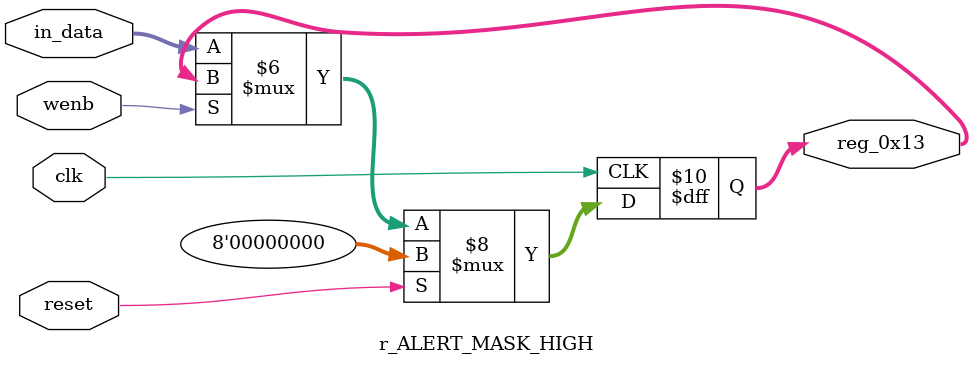
<source format=v>
module r_ALERT_MASK_HIGH(output reg [7:0] reg_0x13, input wire reset, input wire wenb, input wire [7:0] in_data, input wire clk);
	always@(posedge clk)
	begin
		if(reset==0) begin
			if(wenb==0)
				reg_0x13<=in_data;
			else
				reg_0x13<=reg_0x13;
		end
		else
			reg_0x13<=8'h00;
	end
endmodule
</source>
